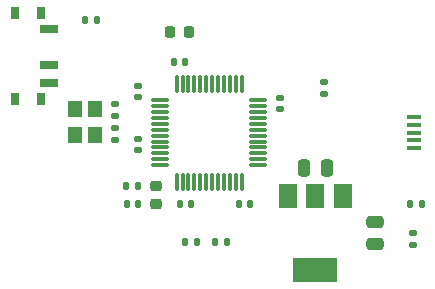
<source format=gbr>
%TF.GenerationSoftware,KiCad,Pcbnew,6.0.5-a6ca702e91~116~ubuntu20.04.1*%
%TF.CreationDate,2023-02-10T18:46:25+05:30*%
%TF.ProjectId,STM32_kicad,53544d33-325f-46b6-9963-61642e6b6963,rev?*%
%TF.SameCoordinates,Original*%
%TF.FileFunction,Paste,Top*%
%TF.FilePolarity,Positive*%
%FSLAX46Y46*%
G04 Gerber Fmt 4.6, Leading zero omitted, Abs format (unit mm)*
G04 Created by KiCad (PCBNEW 6.0.5-a6ca702e91~116~ubuntu20.04.1) date 2023-02-10 18:46:25*
%MOMM*%
%LPD*%
G01*
G04 APERTURE LIST*
G04 Aperture macros list*
%AMRoundRect*
0 Rectangle with rounded corners*
0 $1 Rounding radius*
0 $2 $3 $4 $5 $6 $7 $8 $9 X,Y pos of 4 corners*
0 Add a 4 corners polygon primitive as box body*
4,1,4,$2,$3,$4,$5,$6,$7,$8,$9,$2,$3,0*
0 Add four circle primitives for the rounded corners*
1,1,$1+$1,$2,$3*
1,1,$1+$1,$4,$5*
1,1,$1+$1,$6,$7*
1,1,$1+$1,$8,$9*
0 Add four rect primitives between the rounded corners*
20,1,$1+$1,$2,$3,$4,$5,0*
20,1,$1+$1,$4,$5,$6,$7,0*
20,1,$1+$1,$6,$7,$8,$9,0*
20,1,$1+$1,$8,$9,$2,$3,0*%
G04 Aperture macros list end*
%ADD10RoundRect,0.147500X-0.172500X0.147500X-0.172500X-0.147500X0.172500X-0.147500X0.172500X0.147500X0*%
%ADD11R,1.500000X0.700000*%
%ADD12R,0.800000X1.000000*%
%ADD13R,1.200000X1.400000*%
%ADD14RoundRect,0.140000X0.170000X-0.140000X0.170000X0.140000X-0.170000X0.140000X-0.170000X-0.140000X0*%
%ADD15RoundRect,0.135000X-0.135000X-0.185000X0.135000X-0.185000X0.135000X0.185000X-0.135000X0.185000X0*%
%ADD16RoundRect,0.135000X-0.185000X0.135000X-0.185000X-0.135000X0.185000X-0.135000X0.185000X0.135000X0*%
%ADD17RoundRect,0.250000X-0.250000X-0.475000X0.250000X-0.475000X0.250000X0.475000X-0.250000X0.475000X0*%
%ADD18RoundRect,0.140000X0.140000X0.170000X-0.140000X0.170000X-0.140000X-0.170000X0.140000X-0.170000X0*%
%ADD19RoundRect,0.250000X0.475000X-0.250000X0.475000X0.250000X-0.475000X0.250000X-0.475000X-0.250000X0*%
%ADD20RoundRect,0.140000X-0.170000X0.140000X-0.170000X-0.140000X0.170000X-0.140000X0.170000X0.140000X0*%
%ADD21R,1.500000X2.000000*%
%ADD22R,3.800000X2.000000*%
%ADD23RoundRect,0.218750X-0.256250X0.218750X-0.256250X-0.218750X0.256250X-0.218750X0.256250X0.218750X0*%
%ADD24RoundRect,0.140000X-0.140000X-0.170000X0.140000X-0.170000X0.140000X0.170000X-0.140000X0.170000X0*%
%ADD25RoundRect,0.225000X-0.225000X-0.250000X0.225000X-0.250000X0.225000X0.250000X-0.225000X0.250000X0*%
%ADD26RoundRect,0.135000X0.135000X0.185000X-0.135000X0.185000X-0.135000X-0.185000X0.135000X-0.185000X0*%
%ADD27RoundRect,0.075000X-0.662500X-0.075000X0.662500X-0.075000X0.662500X0.075000X-0.662500X0.075000X0*%
%ADD28RoundRect,0.075000X-0.075000X-0.662500X0.075000X-0.662500X0.075000X0.662500X-0.075000X0.662500X0*%
%ADD29R,1.300000X0.450000*%
G04 APERTURE END LIST*
D10*
%TO.C,D1*%
X186250000Y-124015000D03*
X186250000Y-124985000D03*
%TD*%
D11*
%TO.C,SW1*%
X155430000Y-111250000D03*
X155430000Y-109750000D03*
X155430000Y-106750000D03*
D12*
X154780000Y-112650000D03*
X152570000Y-105350000D03*
X152570000Y-112650000D03*
X154780000Y-105350000D03*
%TD*%
D13*
%TO.C,Y1*%
X157650000Y-113500000D03*
X157650000Y-115700000D03*
X159350000Y-115700000D03*
X159350000Y-113500000D03*
%TD*%
D14*
%TO.C,C8*%
X161000000Y-116080000D03*
X161000000Y-115120000D03*
%TD*%
%TO.C,C6*%
X163000000Y-112480000D03*
X163000000Y-111520000D03*
%TD*%
D15*
%TO.C,R4*%
X158490000Y-106000000D03*
X159510000Y-106000000D03*
%TD*%
D14*
%TO.C,C4*%
X161000000Y-114060000D03*
X161000000Y-113100000D03*
%TD*%
D16*
%TO.C,R5*%
X178750000Y-112250000D03*
X178750000Y-111230000D03*
%TD*%
D17*
%TO.C,C1*%
X178950000Y-118500000D03*
X177050000Y-118500000D03*
%TD*%
D18*
%TO.C,C9*%
X171520000Y-121500000D03*
X172480000Y-121500000D03*
%TD*%
D19*
%TO.C,C2*%
X183000000Y-123050000D03*
X183000000Y-124950000D03*
%TD*%
D20*
%TO.C,C7*%
X175000000Y-113480000D03*
X175000000Y-112520000D03*
%TD*%
D21*
%TO.C,U1*%
X175700000Y-120850000D03*
D22*
X178000000Y-127150000D03*
D21*
X178000000Y-120850000D03*
X180300000Y-120850000D03*
%TD*%
D15*
%TO.C,R1*%
X185990000Y-121500000D03*
X187010000Y-121500000D03*
%TD*%
D18*
%TO.C,C12*%
X162960000Y-120000000D03*
X162000000Y-120000000D03*
%TD*%
D23*
%TO.C,FB1*%
X164500000Y-120000000D03*
X164500000Y-121575000D03*
%TD*%
D24*
%TO.C,C13*%
X162040000Y-121500000D03*
X163000000Y-121500000D03*
%TD*%
%TO.C,C10*%
X166980000Y-109500000D03*
X166020000Y-109500000D03*
%TD*%
D14*
%TO.C,C11*%
X163000000Y-116980000D03*
X163000000Y-116020000D03*
%TD*%
D25*
%TO.C,C3*%
X165725000Y-107000000D03*
X167275000Y-107000000D03*
%TD*%
D26*
%TO.C,R2*%
X168010000Y-124750000D03*
X166990000Y-124750000D03*
%TD*%
D27*
%TO.C,U2*%
X164837500Y-112750000D03*
X164837500Y-113250000D03*
X164837500Y-113750000D03*
X164837500Y-114250000D03*
X164837500Y-114750000D03*
X164837500Y-115250000D03*
X164837500Y-115750000D03*
X164837500Y-116250000D03*
X164837500Y-116750000D03*
X164837500Y-117250000D03*
X164837500Y-117750000D03*
X164837500Y-118250000D03*
D28*
X166250000Y-119662500D03*
X166750000Y-119662500D03*
X167250000Y-119662500D03*
X167750000Y-119662500D03*
X168250000Y-119662500D03*
X168750000Y-119662500D03*
X169250000Y-119662500D03*
X169750000Y-119662500D03*
X170250000Y-119662500D03*
X170750000Y-119662500D03*
X171250000Y-119662500D03*
X171750000Y-119662500D03*
D27*
X173162500Y-118250000D03*
X173162500Y-117750000D03*
X173162500Y-117250000D03*
X173162500Y-116750000D03*
X173162500Y-116250000D03*
X173162500Y-115750000D03*
X173162500Y-115250000D03*
X173162500Y-114750000D03*
X173162500Y-114250000D03*
X173162500Y-113750000D03*
X173162500Y-113250000D03*
X173162500Y-112750000D03*
D28*
X171750000Y-111337500D03*
X171250000Y-111337500D03*
X170750000Y-111337500D03*
X170250000Y-111337500D03*
X169750000Y-111337500D03*
X169250000Y-111337500D03*
X168750000Y-111337500D03*
X168250000Y-111337500D03*
X167750000Y-111337500D03*
X167250000Y-111337500D03*
X166750000Y-111337500D03*
X166250000Y-111337500D03*
%TD*%
D15*
%TO.C,R3*%
X170510000Y-124750000D03*
X169490000Y-124750000D03*
%TD*%
D24*
%TO.C,C5*%
X167480000Y-121500000D03*
X166520000Y-121500000D03*
%TD*%
D29*
%TO.C,J4*%
X186345000Y-114205000D03*
X186345000Y-114855000D03*
X186345000Y-115505000D03*
X186345000Y-116155000D03*
X186345000Y-116805000D03*
%TD*%
M02*

</source>
